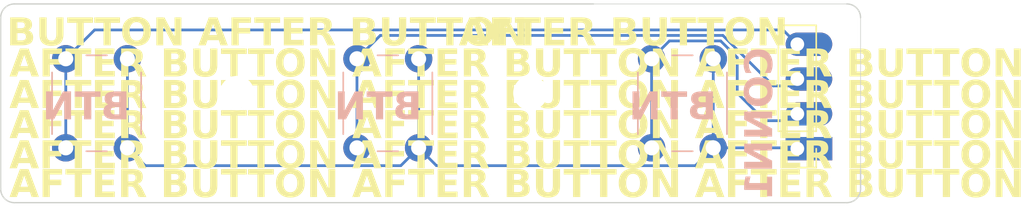
<source format=kicad_pcb>
(kicad_pcb (version 20241229) (generator "pcbnew") (generator_version "9.0")
  (layers (0 "F.Cu" signal) (2 "B.Cu" signal) (13 "F.Paste" user) (15 "B.Paste" user) (5 "F.SilkS" user "F.Silkscreen") (7 "B.SilkS" user "B.Silkscreen") (1 "F.Mask" user) (3 "B.Mask" user) (25 "Edge.Cuts" user))
  (net 0 "")
  (net 1 "b1")
  (net 2 "b3")
  (net 3 "b2")
  (net 4 "GND")
  (footprint "MountingHole:MountingHole_2.5mm" (layer "F.Cu") (at 122.100001 179.4)
    (property "Reference" "REF**" (hide yes))
    (property "Value" "MountingHole_2.5mm")
    (pad "" np_thru_hole circle (at 0 0) (size 2.5 2.5) (drill 2.5) (layers "*.Cu" "*.Mask"))
  )
  (footprint "Connector_PinHeader_2.54mm:PinHeader_1x04_P2.54mm_Vertical" (layer "F.Cu") (at 162.985001 183.46 180)
    (property "Reference" "REF**" (hide yes))
    (property "Value" "PinHeader_1x04_P2.54mm_Vertical")
    (fp_line (start 1.38 1.27) (end 1.379999 9) (stroke (width 0.12)) (layer "F.SilkS"))
    (fp_line (start -1.379999 9) (end 1.379999 9) (stroke (width 0.12)) (layer "F.SilkS"))
    (fp_line (start -1.379999 0) (end -1.38 -1.38) (stroke (width 0.12)) (layer "F.SilkS"))
    (fp_line (start -1.38 1.27) (end 1.38 1.27) (stroke (width 0.12)) (layer "F.SilkS"))
    (fp_line (start -1.38 1.27) (end -1.379999 9) (stroke (width 0.12)) (layer "F.SilkS"))
    (fp_line (start -1.38 -1.38) (end 0 -1.379999) (stroke (width 0.12)) (layer "F.SilkS"))
    (pad "1" thru_hole rect (at 0 0 180) (size 3.4 1.7) (drill 1 (offset -0.85 0)) (layers "*.Cu" "*.Mask") (net 4 "GND"))
    (pad "2" thru_hole roundrect (at 0 2.54 180) (size 3.4 1.7) (drill 1 (offset -0.85 0)) (layers "*.Cu" "*.Mask") (roundrect_rratio 0.5) (net 1 "b1"))
    (pad "3" thru_hole roundrect (at 0 5.079999 180) (size 3.4 1.7) (drill 1 (offset -0.85 0)) (layers "*.Cu" "*.Mask") (roundrect_rratio 0.5) (net 3 "b2"))
    (pad "4" thru_hole roundrect (at 0 7.62 180) (size 3.4 1.7) (drill 1 (offset -0.85 0)) (layers "*.Cu" "*.Mask") (roundrect_rratio 0.5) (net 2 "b3"))
  )
  (footprint "MountingHole:MountingHole_2.5mm" (layer "F.Cu") (at 143.500001 179.4)
    (property "Reference" "REF**" (hide yes))
    (property "Value" "MountingHole_2.5mm")
    (pad "" np_thru_hole circle (at 0 0) (size 2.5 2.5) (drill 2.5) (layers "*.Cu" "*.Mask"))
  )
  (footprint "Button_Switch_THT:SW_PUSH_6mm" (layer "B.Cu") (at 152.35 176.899999 -90)
    (property "Reference" "SW1" (hide yes))
    (property "Value" "SW_Push")
    (fp_line (start 5.5 1) (end 1 1) (stroke (width 0.12)) (layer "B.SilkS"))
    (fp_line (start -0.25 -1.5) (end -0.25 -3) (stroke (width 0.12)) (layer "B.SilkS"))
    (fp_line (start 6.75 -3) (end 6.75 -1.5) (stroke (width 0.12)) (layer "B.SilkS"))
    (fp_line (start 1 -5.5) (end 5.5 -5.5) (stroke (width 0.12)) (layer "B.SilkS"))
    (pad "1" thru_hole circle (at 0 0 180) (size 2 2) (drill 1.1) (layers "*.Cu" "*.Mask") (net 1 "b1"))
    (pad "1" thru_hole circle (at 6.5 0 180) (size 2 2) (drill 1.1) (layers "*.Cu" "*.Mask") (net 1 "b1"))
    (pad "2" thru_hole circle (at 0 -4.500001 180) (size 2 2) (drill 1.1) (layers "*.Cu" "*.Mask") (net 4 "GND"))
    (pad "2" thru_hole circle (at 6.500001 -4.5 180) (size 2 2) (drill 1.1) (layers "*.Cu" "*.Mask") (net 4 "GND"))
  )
  (footprint "Button_Switch_THT:SW_PUSH_6mm" (layer "B.Cu") (at 109.599998 176.899999 -90)
    (property "Reference" "SW3" (hide yes))
    (property "Value" "SW_Push")
    (fp_line (start 5.5 1) (end 1 1) (stroke (width 0.12)) (layer "B.SilkS"))
    (fp_line (start -0.25 -1.5) (end -0.25 -3) (stroke (width 0.12)) (layer "B.SilkS"))
    (fp_line (start 6.75 -3) (end 6.75 -1.5) (stroke (width 0.12)) (layer "B.SilkS"))
    (fp_line (start 1 -5.5) (end 5.5 -5.5) (stroke (width 0.12)) (layer "B.SilkS"))
    (pad "1" thru_hole circle (at 0 0 180) (size 2 2) (drill 1.1) (layers "*.Cu" "*.Mask") (net 2 "b3"))
    (pad "1" thru_hole circle (at 6.5 0 180) (size 2 2) (drill 1.1) (layers "*.Cu" "*.Mask") (net 2 "b3"))
    (pad "2" thru_hole circle (at 0 -4.500001 180) (size 2 2) (drill 1.1) (layers "*.Cu" "*.Mask") (net 4 "GND"))
    (pad "2" thru_hole circle (at 6.500001 -4.5 180) (size 2 2) (drill 1.1) (layers "*.Cu" "*.Mask") (net 4 "GND"))
  )
  (footprint "Button_Switch_THT:SW_PUSH_6mm" (layer "B.Cu") (at 130.85 176.899998 -90)
    (property "Reference" "SW2" (hide yes))
    (property "Value" "SW_Push")
    (fp_line (start 5.5 1) (end 1 1) (stroke (width 0.12)) (layer "B.SilkS"))
    (fp_line (start -0.25 -1.5) (end -0.25 -3) (stroke (width 0.12)) (layer "B.SilkS"))
    (fp_line (start 6.75 -3) (end 6.75 -1.5) (stroke (width 0.12)) (layer "B.SilkS"))
    (fp_line (start 1 -5.5) (end 5.5 -5.5) (stroke (width 0.12)) (layer "B.SilkS"))
    (pad "1" thru_hole circle (at 0 0 180) (size 2 2) (drill 1.1) (layers "*.Cu" "*.Mask") (net 3 "b2"))
    (pad "1" thru_hole circle (at 6.5 0 180) (size 2 2) (drill 1.1) (layers "*.Cu" "*.Mask") (net 3 "b2"))
    (pad "2" thru_hole circle (at 0 -4.500001 180) (size 2 2) (drill 1.1) (layers "*.Cu" "*.Mask") (net 4 "GND"))
    (pad "2" thru_hole circle (at 6.500001 -4.5 180) (size 2 2) (drill 1.1) (layers "*.Cu" "*.Mask") (net 4 "GND"))
  )
  (gr_line (start 104.849999 186.4) (end 104.85 173.900001) (stroke (width 0.1)) (layer "Edge.Cuts"))
  (gr_line (start 166.6 187.4) (end 105.849999 187.4) (stroke (width 0.1)) (layer "Edge.Cuts"))
  (gr_arc (start 166.600001 172.899999) (mid 167.307108 173.192892) (end 167.600001 173.899999) (stroke (width 0.1)) (layer "Edge.Cuts"))
  (gr_line (start 166.600001 172.899999) (end 148.100001 172.9) (stroke (width 0.05)) (layer "Edge.Cuts"))
  (gr_line (start 167.600001 185) (end 167.6 186.4) (stroke (width 0.1)) (layer "Edge.Cuts"))
  (gr_arc (start 167.6 186.4) (mid 167.307107 187.107106) (end 166.6 187.4) (stroke (width 0.1)) (layer "Edge.Cuts"))
  (gr_line (start 105.850001 172.900834) (end 148.100001 172.9) (stroke (width 0.1)) (layer "Edge.Cuts"))
  (gr_arc (start 105.849999 187.4) (mid 105.142894 187.107106) (end 104.849999 186.4) (stroke (width 0.1)) (layer "Edge.Cuts"))
  (gr_arc (start 104.85 173.900001) (mid 105.142893 173.192893) (end 105.85 172.900001) (stroke (width 0.1)) (layer "Edge.Cuts"))
  (gr_line (start 167.600001 173.899999) (end 167.600001 185) (stroke (width 0.05)) (layer "Edge.Cuts"))
  (gr_text "AFTER BUTTON AFTER BUTTON AFTER BUTTON" (at 105.485001 177.36 0) (layer "F.SilkS") (effects (font (size 2 2) (thickness 0.3) (bold yes)) (justify left)))
  (gr_text "AFTER BUTTON AFTER BUTTON AFTER BUTTON" (at 105.485001 184.06 0) (layer "F.SilkS") (effects (font (size 2 2) (thickness 0.3) (bold yes)) (justify left)))
  (gr_text "AFTER BUTTON AFTER BUTTON AFTER BUTTON" (at 105.485001 181.86 0) (layer "F.SilkS") (effects (font (size 2 2) (thickness 0.3) (bold yes)) (justify left)))
  (gr_text "AFTER BUTTON AFTER BUTTON AFTER BUTTON" (at 105.485001 179.66 0) (layer "F.SilkS") (effects (font (size 2 2) (thickness 0.3) (bold yes)) (justify left)))
  (gr_text "AFTER BUTTON AFTER BUTTON AFTER BUTTON" (at 105.485001 186.16 0) (layer "F.SilkS") (effects (font (size 2 2) (thickness 0.3) (bold yes)) (justify left)))
  (gr_text "AFTER BUTTON" (at 138.285001 176.26 0) (layer "F.SilkS") (effects (font (size 2 2) (thickness 0.3) (bold yes)) (justify left bottom)))
  (gr_text "BUTTON AFTER BUTTON" (at 105.285001 176.26 0) (layer "F.SilkS") (effects (font (size 2 2) (thickness 0.3) (bold yes)) (justify left bottom)))
  (gr_text "BTN" (at 157.085001 181.66 0) (layer "B.SilkS") (effects (font (size 2 2) (thickness 0.3) (bold yes)) (justify left bottom mirror)))
  (gr_text "BTN" (at 135.585001 181.66 0) (layer "B.SilkS") (effects (font (size 2 2) (thickness 0.3) (bold yes)) (justify left bottom mirror)))
  (gr_text "BTN" (at 114.285001 181.66 0) (layer "B.SilkS") (effects (font (size 2 2) (thickness 0.3) (bold yes)) (justify left bottom mirror)))
  (gr_text "CONN1" (at 161.485001 176.06 90) (layer "B.SilkS") (effects (font (size 2 2) (thickness 0.3) (bold yes)) (justify left bottom mirror)))
  (segment (start 157.388893 175.599) (end 153.650999 175.599) (width 0.2) (layer "B.Cu") (net 1))
  (segment (start 152.35 183.399999) (end 152.35 176.899999) (width 0.2) (layer "B.Cu") (net 1))
  (segment (start 162.985001 180.92) (end 162.485002 181.419999) (width 0.2) (layer "B.Cu") (net 1))
  (segment (start 158.599999 176.810106) (end 157.388893 175.599) (width 0.2) (layer "B.Cu") (net 1))
  (segment (start 153.650999 175.599) (end 152.35 176.899999) (width 0.2) (layer "B.Cu") (net 1))
  (segment (start 162.485002 181.419999) (end 160.62 181.419999) (width 0.2) (layer "B.Cu") (net 1))
  (segment (start 158.599999 179.399999) (end 158.599999 176.810106) (width 0.2) (layer "B.Cu") (net 1))
  (segment (start 160.62 181.419999) (end 158.599999 179.399999) (width 0.2) (layer "B.Cu") (net 1))
  (segment (start 161.942002 174.797) (end 162.985001 175.84) (width 0.2) (layer "B.Cu") (net 2))
  (segment (start 109.599998 176.899999) (end 109.6 183.399999) (width 0.2) (layer "B.Cu") (net 2))
  (segment (start 109.599998 176.899999) (end 111.703 174.796999) (width 0.2) (layer "B.Cu") (net 2))
  (segment (start 111.703 174.796999) (end 161.942002 174.797) (width 0.2) (layer "B.Cu") (net 2))
  (segment (start 130.85 183.4) (end 130.85 176.899998) (width 0.2) (layer "B.Cu") (net 3))
  (segment (start 132.552 175.197999) (end 157.554994 175.197998) (width 0.2) (layer "B.Cu") (net 3))
  (segment (start 130.85 176.899998) (end 132.552 175.197999) (width 0.2) (layer "B.Cu") (net 3))
  (segment (start 162.485003 178.879999) (end 162.985001 178.380001) (width 0.2) (layer "B.Cu") (net 3))
  (segment (start 161.236993 178.879999) (end 162.485003 178.879999) (width 0.2) (layer "B.Cu") (net 3))
  (segment (start 157.554994 175.197998) (end 161.236993 178.879999) (width 0.2) (layer "B.Cu") (net 3))
  (segment (start 134.049001 184.700999) (end 135.349999 183.4) (width 0.2) (layer "B.Cu") (net 4))
  (segment (start 115.400998 184.701) (end 134.049001 184.700999) (width 0.2) (layer "B.Cu") (net 4))
  (segment (start 114.099999 183.4) (end 115.400998 184.701) (width 0.2) (layer "B.Cu") (net 4))
  (segment (start 155.549 184.700999) (end 136.650999 184.700999) (width 0.2) (layer "B.Cu") (net 4))
  (segment (start 156.85 183.4) (end 155.549 184.700999) (width 0.2) (layer "B.Cu") (net 4))
  (segment (start 162.985001 183.46) (end 162.925002 183.4) (width 0.2) (layer "B.Cu") (net 4))
  (segment (start 114.099999 183.4) (end 114.1 176.899999) (width 0.2) (layer "B.Cu") (net 4))
  (segment (start 135.349999 183.4) (end 135.35 176.899999) (width 0.2) (layer "B.Cu") (net 4))
  (segment (start 162.925002 183.4) (end 156.85 183.4) (width 0.2) (layer "B.Cu") (net 4))
  (segment (start 156.85 183.4) (end 156.850001 176.899998) (width 0.2) (layer "B.Cu") (net 4))
  (segment (start 136.650999 184.700999) (end 135.349999 183.4) (width 0.2) (layer "B.Cu") (net 4))
)
</source>
